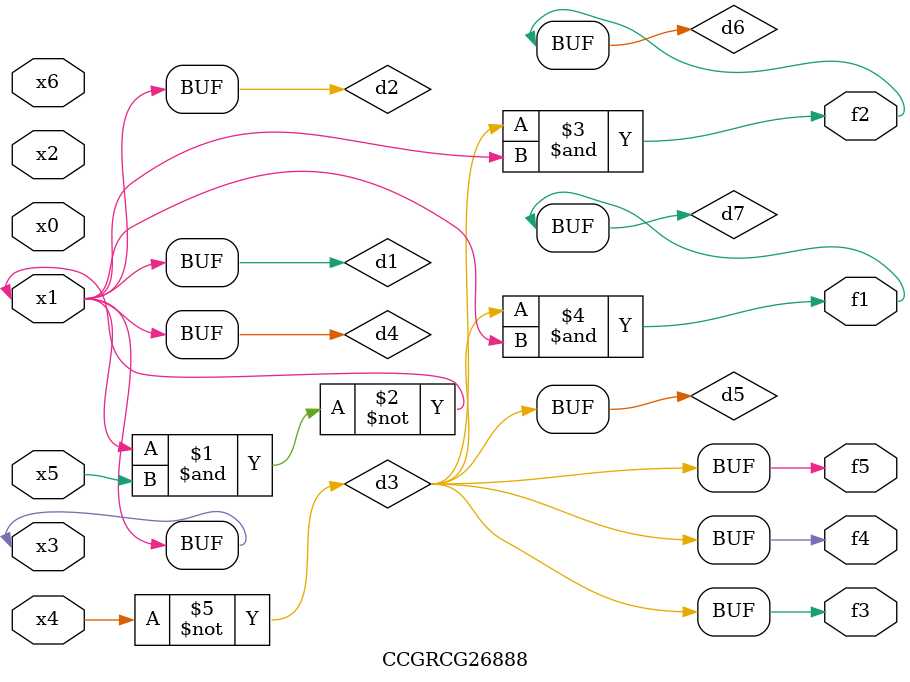
<source format=v>
module CCGRCG26888(
	input x0, x1, x2, x3, x4, x5, x6,
	output f1, f2, f3, f4, f5
);

	wire d1, d2, d3, d4, d5, d6, d7;

	buf (d1, x1, x3);
	nand (d2, x1, x5);
	not (d3, x4);
	buf (d4, d1, d2);
	buf (d5, d3);
	and (d6, d3, d4);
	and (d7, d3, d4);
	assign f1 = d7;
	assign f2 = d6;
	assign f3 = d5;
	assign f4 = d5;
	assign f5 = d5;
endmodule

</source>
